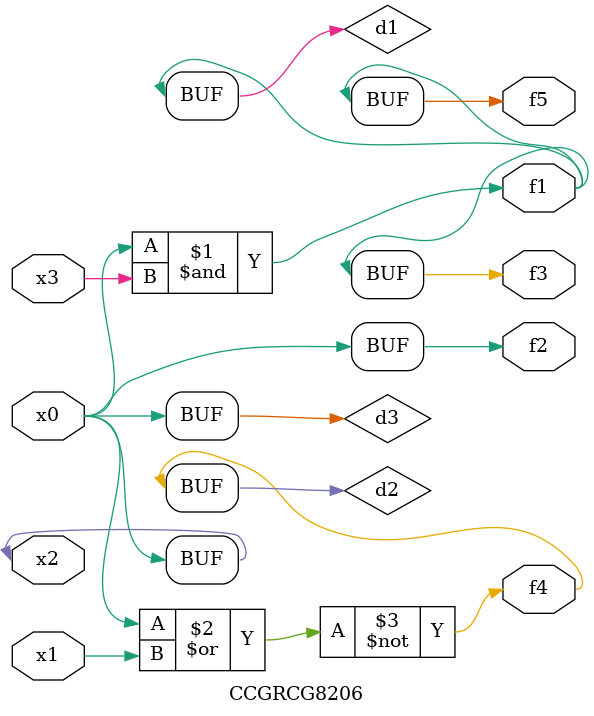
<source format=v>
module CCGRCG8206(
	input x0, x1, x2, x3,
	output f1, f2, f3, f4, f5
);

	wire d1, d2, d3;

	and (d1, x2, x3);
	nor (d2, x0, x1);
	buf (d3, x0, x2);
	assign f1 = d1;
	assign f2 = d3;
	assign f3 = d1;
	assign f4 = d2;
	assign f5 = d1;
endmodule

</source>
